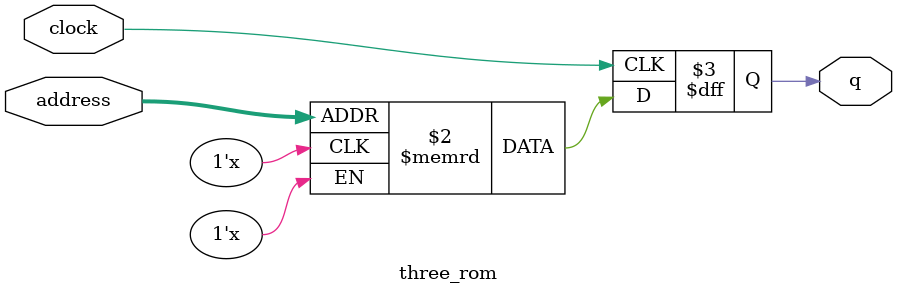
<source format=sv>
module three_rom (
	input logic clock,
	input logic [8:0] address,
	output logic [0:0] q
);

logic [0:0] memory [0:511] /* synthesis ram_init_file = "./three/three.COE" */;

always_ff @ (posedge clock) begin
	q <= memory[address];
end

endmodule

</source>
